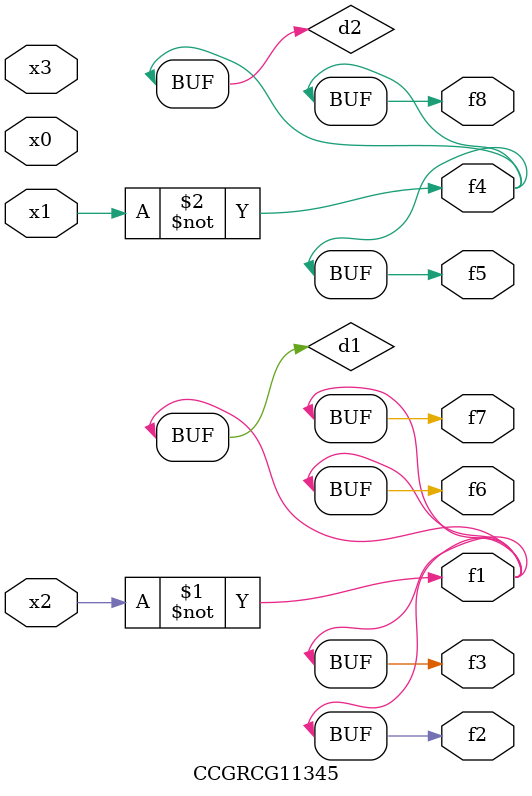
<source format=v>
module CCGRCG11345(
	input x0, x1, x2, x3,
	output f1, f2, f3, f4, f5, f6, f7, f8
);

	wire d1, d2;

	xnor (d1, x2);
	not (d2, x1);
	assign f1 = d1;
	assign f2 = d1;
	assign f3 = d1;
	assign f4 = d2;
	assign f5 = d2;
	assign f6 = d1;
	assign f7 = d1;
	assign f8 = d2;
endmodule

</source>
